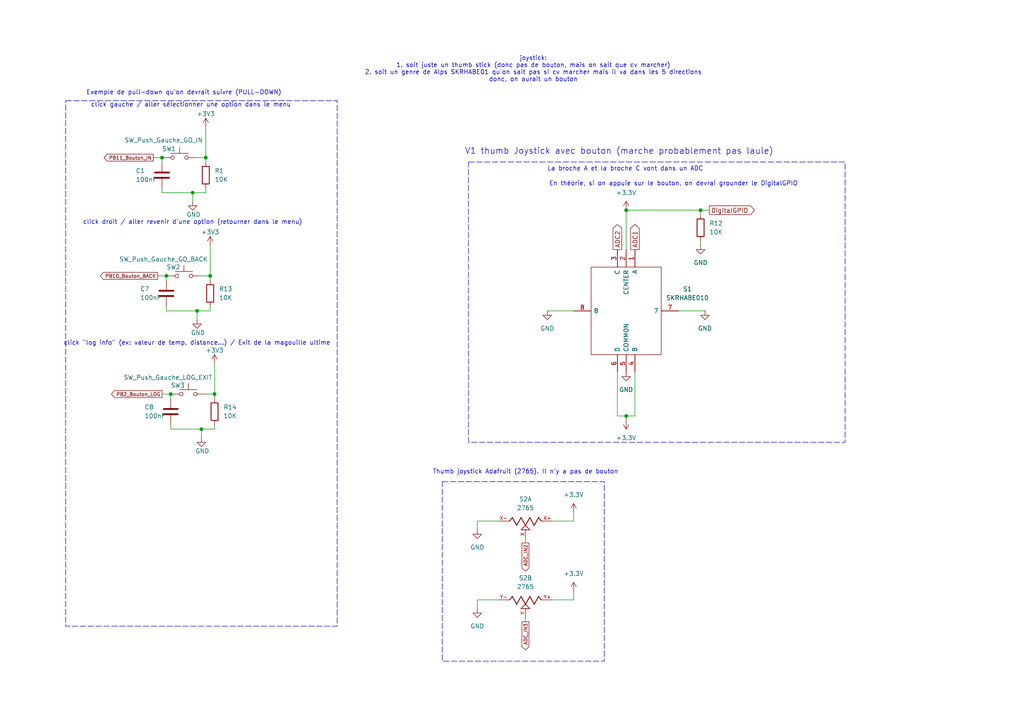
<source format=kicad_sch>
(kicad_sch (version 20231120) (generator "eeschema") (generator_version "8.0")
  (paper "A4")
  (lib_symbols
    (symbol "+3.3V_1" (power) (pin_numbers hide) (pin_names (offset 0) hide)
      (property "Value" "+3.3V" (at 0 3.556 0))
      (symbol "+3.3V_1_0_1"
        (polyline (pts (xy -0.762 1.27) (xy 0 2.54)))
        (polyline (pts (xy 0 0) (xy 0 2.54)))
        (polyline (pts (xy 0 2.54) (xy 0.762 1.27)))
      )
      (symbol "+3.3V_1_1_1"
        (pin power_in line (at 0 0 90) (length 0) (name "~") (number "1"))
      )
    )
    (symbol "2765_Adafruit_Joystick:2765" (pin_names (offset 1.016))
      (property "Reference" "S" (at -5.08 5.08 0))
      (property "Value" "2765" (at -5.08 2.54 0))
      (symbol "2765_1_0"
        (polyline (pts (xy -5.08 0) (xy -4.572 0)) (stroke (width 0.1524)))
        (polyline (pts (xy -4.572 0) (xy -3.81 1.016)) (stroke (width 0.254)))
        (polyline (pts (xy -3.81 1.016) (xy -2.54 -1.27)) (stroke (width 0.254)))
        (polyline (pts (xy -2.54 -1.27) (xy -1.27 1.016)) (stroke (width 0.254)))
        (polyline (pts (xy -1.27 -2.54) (xy 0 -1.27)) (stroke (width 0.2032)))
        (polyline (pts (xy -1.27 1.016) (xy 0 -1.27)) (stroke (width 0.254)))
        (polyline (pts (xy 0 -1.27) (xy 1.27 -2.54)) (stroke (width 0.2032)))
        (polyline (pts (xy 0 -1.27) (xy 1.27 1.016)) (stroke (width 0.254)))
        (polyline (pts (xy 1.27 -2.54) (xy -1.27 -2.54)) (stroke (width 0.2032)))
        (polyline (pts (xy 1.27 1.016) (xy 2.54 -1.27)) (stroke (width 0.254)))
        (polyline (pts (xy 2.54 -1.27) (xy 3.81 1.016)) (stroke (width 0.254)))
        (polyline (pts (xy 3.81 1.016) (xy 4.572 0)) (stroke (width 0.254)))
        (polyline (pts (xy 4.572 0) (xy 5.08 0)) (stroke (width 0.1524)))
        (pin passive line (at 0 -5.08 90) (length 2.54) (name "~") (number "X"))
        (pin passive line (at 7.62 0 180) (length 2.54) (name "~") (number "X+"))
        (pin passive line (at -7.62 0 0) (length 2.54) (name "~") (number "X-"))
      )
      (symbol "2765_2_0"
        (polyline (pts (xy -5.08 0) (xy -4.572 0)) (stroke (width 0.1524)))
        (polyline (pts (xy -4.572 0) (xy -3.81 1.016)) (stroke (width 0.254)))
        (polyline (pts (xy -3.81 1.016) (xy -2.54 -1.27)) (stroke (width 0.254)))
        (polyline (pts (xy -2.54 -1.27) (xy -1.27 1.016)) (stroke (width 0.254)))
        (polyline (pts (xy -1.27 -2.54) (xy 0 -1.27)) (stroke (width 0.2032)))
        (polyline (pts (xy -1.27 1.016) (xy 0 -1.27)) (stroke (width 0.254)))
        (polyline (pts (xy 0 -1.27) (xy 1.27 -2.54)) (stroke (width 0.2032)))
        (polyline (pts (xy 0 -1.27) (xy 1.27 1.016)) (stroke (width 0.254)))
        (polyline (pts (xy 1.27 -2.54) (xy -1.27 -2.54)) (stroke (width 0.2032)))
        (polyline (pts (xy 1.27 1.016) (xy 2.54 -1.27)) (stroke (width 0.254)))
        (polyline (pts (xy 2.54 -1.27) (xy 3.81 1.016)) (stroke (width 0.254)))
        (polyline (pts (xy 3.81 1.016) (xy 4.572 0)) (stroke (width 0.254)))
        (polyline (pts (xy 4.572 0) (xy 5.08 0)) (stroke (width 0.1524)))
        (pin passive line (at 0 -5.08 90) (length 2.54) (name "~") (number "Y"))
        (pin passive line (at 7.62 0 180) (length 2.54) (name "~") (number "Y+"))
        (pin passive line (at -7.62 0 0) (length 2.54) (name "~") (number "Y-"))
      )
    )
    (symbol "Device:C" (pin_numbers hide) (pin_names (offset 0.254))
      (property "Reference" "C" (at 0.635 2.54 0))
      (property "Value" "C" (at 0.635 -2.54 0))
      (symbol "C_0_1"
        (polyline (pts (xy -2.032 -0.762) (xy 2.032 -0.762)) (stroke (width 0.508)))
        (polyline (pts (xy -2.032 0.762) (xy 2.032 0.762)) (stroke (width 0.508)))
      )
      (symbol "C_1_1"
        (pin passive line (at 0 3.81 270) (length 2.794) (name "~") (number "1"))
        (pin passive line (at 0 -3.81 90) (length 2.794) (name "~") (number "2"))
      )
    )
    (symbol "Device:R" (pin_numbers hide) (pin_names (offset 0))
      (property "Reference" "R" (at 2.032 0 90))
      (property "Value" "R" (at 0 0 90))
      (symbol "R_0_1"
        (rectangle (start -1.016 -2.54) (end 1.016 2.54) (stroke (width 0.254)))
      )
      (symbol "R_1_1"
        (pin passive line (at 0 3.81 270) (length 1.27) (name "~") (number "1"))
        (pin passive line (at 0 -3.81 90) (length 1.27) (name "~") (number "2"))
      )
    )
    (symbol "GND_1" (power) (pin_numbers hide) (pin_names (offset 0) hide)
      (property "Value" "GND" (at 0 -3.81 0))
      (symbol "GND_1_0_1"
        (polyline (pts (xy 0 0) (xy 0 -1.27) (xy 1.27 -1.27) (xy 0 -2.54) (xy -1.27 -1.27) (xy 0 -1.27)))
      )
      (symbol "GND_1_1_1"
        (pin power_in line (at 0 0 270) (length 0) (name "~") (number "1"))
      )
    )
    (symbol "SKRHABE010:SKRHABE010" (pin_names (offset 0.762))
      (property "Reference" "S" (at 31.75 12.7 0))
      (property "Value" "SKRHABE010" (at 31.75 10.16 0))
      (symbol "SKRHABE010_0_0"
        (pin passive line (at 0 0 0) (length 5.08) (name "A") (number "1"))
        (pin passive line (at 0 -2.54 0) (length 5.08) (name "CENTER") (number "2"))
        (pin passive line (at 0 -5.08 0) (length 5.08) (name "C") (number "3"))
        (pin passive line (at 35.56 0 180) (length 5.08) (name "B") (number "4"))
        (pin passive line (at 35.56 -2.54 180) (length 5.08) (name "COMMON") (number "5"))
        (pin passive line (at 35.56 -5.08 180) (length 5.08) (name "D") (number "6"))
        (pin passive line (at 17.78 12.7 270) (length 5.08) (name "7") (number "7"))
        (pin passive line (at 17.78 -17.78 90) (length 5.08) (name "8") (number "8"))
      )
      (symbol "SKRHABE010_0_1"
        (polyline (pts (xy 5.08 7.62) (xy 30.48 7.62) (xy 30.48 -12.7) (xy 5.08 -12.7) (xy 5.08 7.62)) (stroke (width 0.1524)))
      )
    )
    (symbol "Switch:SW_Push" (pin_numbers hide) (pin_names (offset 1.016) hide)
      (property "Reference" "SW" (at 1.27 2.54 0))
      (property "Value" "SW_Push" (at 0 -1.524 0))
      (symbol "SW_Push_0_1"
        (circle (center -2.032 0) (radius 0.508))
        (polyline (pts (xy 0 1.27) (xy 0 3.048)))
        (polyline (pts (xy 2.54 1.27) (xy -2.54 1.27)))
        (circle (center 2.032 0) (radius 0.508))
        (pin passive line (at -5.08 0 0) (length 2.54) (name "1") (number "1"))
        (pin passive line (at 5.08 0 180) (length 2.54) (name "2") (number "2"))
      )
    )
    (symbol "power:+3.3V" (power) (pin_names (offset 0))
      (property "Value" "+3.3V" (at 0 3.556 0))
      (symbol "+3.3V_0_1"
        (polyline (pts (xy -0.762 1.27) (xy 0 2.54)))
        (polyline (pts (xy 0 0) (xy 0 2.54)))
        (polyline (pts (xy 0 2.54) (xy 0.762 1.27)))
      )
      (symbol "+3.3V_1_1"
        (pin power_in line (at 0 0 90) (length 0) hide (name "+3V3") (number "1"))
      )
    )
    (symbol "power:GND" (power) (pin_names (offset 0))
      (property "Value" "GND" (at 0 -3.81 0))
      (symbol "GND_0_1"
        (polyline (pts (xy 0 0) (xy 0 -1.27) (xy 1.27 -1.27) (xy 0 -2.54) (xy -1.27 -1.27) (xy 0 -1.27)))
      )
      (symbol "GND_1_1"
        (pin power_in line (at 0 0 270) (length 0) hide (name "GND") (number "1"))
      )
    )
  )
  (junction (at 203.2 60.96))
  (junction (at 46.99 45.72))
  (junction (at 181.61 60.96))
  (junction (at 181.61 120.65))
  (junction (at 60.96 80.01))
  (junction (at 57.15 90.17))
  (junction (at 55.88 55.88))
  (junction (at 59.69 45.72))
  (junction (at 48.26 80.01))
  (junction (at 62.23 114.3))
  (junction (at 58.42 124.46))
  (junction (at 49.53 114.3))
  (wire (pts (xy 58.42 124.46) (xy 62.23 124.46)))
  (wire (pts (xy 184.15 120.65) (xy 184.15 107.95)))
  (wire (pts (xy 59.69 36.83) (xy 59.69 45.72)))
  (wire (pts (xy 62.23 124.46) (xy 62.23 123.19)))
  (wire (pts (xy 203.2 69.85) (xy 203.2 71.12)))
  (wire (pts (xy 60.96 81.28) (xy 60.96 80.01)))
  (wire (pts (xy 203.2 60.96) (xy 203.2 62.23)))
  (wire (pts (xy 58.42 124.46) (xy 58.42 127)))
  (wire (pts (xy 46.99 114.3) (xy 49.53 114.3)))
  (wire (pts (xy 57.15 90.17) (xy 60.96 90.17)))
  (wire (pts (xy 49.53 124.46) (xy 58.42 124.46)))
  (wire (pts (xy 179.07 107.95) (xy 179.07 120.65)))
  (wire (pts (xy 48.26 80.01) (xy 48.26 81.28)))
  (wire (pts (xy 60.96 71.12) (xy 60.96 80.01)))
  (wire (pts (xy 152.4 157.48) (xy 152.4 156.21)))
  (wire (pts (xy 55.88 55.88) (xy 59.69 55.88)))
  (wire (pts (xy 62.23 105.41) (xy 62.23 114.3)))
  (wire (pts (xy 196.85 90.17) (xy 204.47 90.17)))
  (wire (pts (xy 46.99 54.61) (xy 46.99 55.88)))
  (wire (pts (xy 62.23 115.57) (xy 62.23 114.3)))
  (wire (pts (xy 45.72 80.01) (xy 48.26 80.01)))
  (wire (pts (xy 59.69 46.99) (xy 59.69 45.72)))
  (wire (pts (xy 160.02 151.13) (xy 166.37 151.13)))
  (wire (pts (xy 181.61 121.92) (xy 181.61 120.65)))
  (wire (pts (xy 158.75 90.17) (xy 166.37 90.17)))
  (wire (pts (xy 46.99 55.88) (xy 55.88 55.88)))
  (wire (pts (xy 58.42 80.01) (xy 60.96 80.01)))
  (wire (pts (xy 144.78 173.99) (xy 138.43 173.99)))
  (wire (pts (xy 48.26 88.9) (xy 48.26 90.17)))
  (wire (pts (xy 166.37 148.59) (xy 166.37 151.13)))
  (wire (pts (xy 138.43 173.99) (xy 138.43 176.53)))
  (wire (pts (xy 60.96 90.17) (xy 60.96 88.9)))
  (wire (pts (xy 138.43 151.13) (xy 138.43 153.67)))
  (wire (pts (xy 55.88 55.88) (xy 55.88 58.42)))
  (wire (pts (xy 49.53 123.19) (xy 49.53 124.46)))
  (wire (pts (xy 44.45 45.72) (xy 46.99 45.72)))
  (wire (pts (xy 144.78 151.13) (xy 138.43 151.13)))
  (wire (pts (xy 152.4 180.34) (xy 152.4 179.07)))
  (wire (pts (xy 57.15 90.17) (xy 57.15 92.71)))
  (wire (pts (xy 49.53 114.3) (xy 49.53 115.57)))
  (wire (pts (xy 57.15 45.72) (xy 59.69 45.72)))
  (wire (pts (xy 203.2 60.96) (xy 205.74 60.96)))
  (wire (pts (xy 59.69 114.3) (xy 62.23 114.3)))
  (wire (pts (xy 181.61 72.39) (xy 181.61 60.96)))
  (wire (pts (xy 181.61 120.65) (xy 184.15 120.65)))
  (wire (pts (xy 179.07 120.65) (xy 181.61 120.65)))
  (wire (pts (xy 166.37 171.45) (xy 166.37 173.99)))
  (wire (pts (xy 59.69 55.88) (xy 59.69 54.61)))
  (wire (pts (xy 160.02 173.99) (xy 166.37 173.99)))
  (wire (pts (xy 46.99 45.72) (xy 46.99 46.99)))
  (wire (pts (xy 181.61 60.96) (xy 203.2 60.96)))
  (wire (pts (xy 48.26 90.17) (xy 57.15 90.17)))
  (rectangle (start 135.89 46.99) (end 245.11 128.27) (stroke (width 0) (type dash)))
  (rectangle (start 128.27 139.7) (end 175.26 191.77) (stroke (width 0) (type dash)))
  (rectangle (start 19.05 29.21) (end 97.79 181.61) (stroke (width 0) (type dash)))
  (text "La broche A et la broche C vont dans un ADC" (at 181.356 49.022 0) (effects (font (size 1.27 1.27))))
  (text "joystick:\n1. soit juste un thumb stick (donc pas de bouton, mais on sait que cv marcher)\n2. soit un genre de Alps SKRHABE01 qu'on sait pas si cv marcher mais il va dans les 5 directions\ndonc, on aurait un bouton\n" (at 154.686 20.066 0) (effects (font (size 1.27 1.27))))
  (text "Thumb joystick Adafruit (2765). Il n'y a pas de bouton" (at 152.4 136.906 0) (effects (font (size 1.27 1.27))))
  (text "En théorie, si on appuie sur le bouton, on devrai grounder le DigitalGPIO" (at 195.326 53.34 0) (effects (font (size 1.27 1.27))))
  (text "Exemple de pull-down qu'on devrait suivre (PULL-DOWN)" (at 53.34 26.924 0) (effects (font (size 1.27 1.27))))
  (text "click gauche / aller sélectionner une option dans le menu" (at 55.372 30.48 0) (effects (font (size 1.27 1.27))))
  (text "click droit / aller revenir d'une option (retourner dans le menu)" (at 55.88 64.516 0) (effects (font (size 1.27 1.27))))
  (text "click \"log info\" (ex: valeur de temp, distance...) / Exit de la magouille ultime" (at 57.15 99.568 0) (effects (font (size 1.27 1.27))))
  (text "V1 thumb Joystick avec bouton (marche probablement pas laule)\n" (at 179.578 43.942 0) (effects (font (size 1.778 1.778))))
  (global_label "ADC_IN3" (shape output) (at 152.4 180.34 270) (effects (font (size 1.016 1.016))) (property "Intersheetrefs" "${INTERSHEET_REFS}" (effects (hide yes))))
  (global_label "ADC_IN2" (shape output) (at 152.4 157.48 270) (effects (font (size 1.016 1.016))) (property "Intersheetrefs" "${INTERSHEET_REFS}" (effects (hide yes))))
  (global_label "DigitalGPIO" (shape output) (at 205.74 60.96 0) (property "Intersheetrefs" "${INTERSHEET_REFS}" (effects (hide yes))))
  (global_label "ADC1" (shape output) (at 184.15 72.39 90) (property "Intersheetrefs" "${INTERSHEET_REFS}" (effects (hide yes))))
  (global_label "PB11_Bouton_IN" (shape output) (at 44.45 45.72 180) (effects (font (size 1.016 1.016))) (property "Intersheetrefs" "${INTERSHEET_REFS}" (effects (hide yes))))
  (global_label "ADC2" (shape output) (at 179.07 72.39 90) (property "Intersheetrefs" "${INTERSHEET_REFS}" (effects (hide yes))))
  (global_label "PB10_Bouton_BACK" (shape output) (at 45.72 80.01 180) (effects (font (size 1.016 1.016))) (property "Intersheetrefs" "${INTERSHEET_REFS}" (effects (hide yes))))
  (global_label "PB2_Bouton_LOG" (shape output) (at 46.99 114.3 180) (effects (font (size 1.016 1.016))) (property "Intersheetrefs" "${INTERSHEET_REFS}" (effects (hide yes))))
  (symbol (lib_id "Device:R") (at 62.23 119.38 0) (unit 1)
    (property "Reference" "R14" (at 64.77 118.1099 0) (effects (justify left)))
    (property "Value" "10K" (at 64.77 120.6499 0) (effects (justify left)))
    (property "Datasheet" "https://www.digikey.ca/en/products/detail/vishay-dale/CRCW04021M00FKED/1178349" (effects (hide yes)))
  )
  (symbol (lib_id "Device:C") (at 49.53 119.38 0) (unit 1)
    (property "Reference" "C8" (at 41.91 118.11 0) (effects (justify left)))
    (property "Value" "100nF" (at 41.91 120.65 0) (effects (justify left)))
    (property "Datasheet" "https://www.digikey.ca/en/products/detail/tdk-corporation/C2012X7S1A226M125AC/3951796" (effects (hide yes)))
  )
  (symbol (lib_name "GND_1") (lib_id "power:GND") (at 138.43 153.67 0) (unit 1)
    (property "Reference" "#PWR019" (effects (hide yes)))
    (property "Value" "GND" (at 138.43 158.75 0))
    (property "Description" "Power symbol creates a global label with name \"GND\" , ground" (effects (hide yes)))
  )
  (symbol (lib_id "Switch:SW_Push") (at 54.61 114.3 0) (mirror y) (unit 1)
    (property "Reference" "SW3" (at 49.53 111.76 0) (effects (justify right)))
    (property "Value" "SW_Push_Gauche_LOG_EXIT" (at 35.814 109.474 0) (effects (justify right)))
  )
  (symbol (lib_name "GND_1") (lib_id "power:GND") (at 204.47 90.17 0) (unit 1)
    (property "Reference" "#PWR012" (effects (hide yes)))
    (property "Value" "GND" (at 204.47 95.25 0))
    (property "Description" "Power symbol creates a global label with name \"GND\" , ground" (effects (hide yes)))
  )
  (symbol (lib_id "Switch:SW_Push") (at 52.07 45.72 0) (mirror y) (unit 1)
    (property "Reference" "SW1" (at 46.99 43.18 0) (effects (justify right)))
    (property "Value" "SW_Push_Gauche_GO_IN" (at 36.068 40.64 0) (effects (justify right)))
  )
  (symbol (lib_name "GND_1") (lib_id "power:GND") (at 158.75 90.17 0) (unit 1)
    (property "Reference" "#PWR013" (effects (hide yes)))
    (property "Value" "GND" (at 158.75 95.25 0))
    (property "Description" "Power symbol creates a global label with name \"GND\" , ground" (effects (hide yes)))
  )
  (symbol (lib_name "GND_1") (lib_id "power:GND") (at 181.61 107.95 0) (unit 1)
    (property "Reference" "#PWR014" (effects (hide yes)))
    (property "Value" "GND" (at 181.61 113.03 0))
    (property "Description" "Power symbol creates a global label with name \"GND\" , ground" (effects (hide yes)))
  )
  (symbol (lib_id "Device:C") (at 48.26 85.09 0) (unit 1)
    (property "Reference" "C7" (at 40.64 83.82 0) (effects (justify left)))
    (property "Value" "100nF" (at 40.64 86.36 0) (effects (justify left)))
    (property "Datasheet" "https://www.digikey.ca/en/products/detail/tdk-corporation/C2012X7S1A226M125AC/3951796" (effects (hide yes)))
  )
  (symbol (lib_id "power:+3.3V") (at 62.23 105.41 0) (unit 1)
    (property "Reference" "#PWR025" (effects (hide yes)))
    (property "Value" "+3V3" (at 62.23 101.6 0))
  )
  (symbol (lib_id "2765_Adafruit_Joystick:2765") (at 152.4 173.99 0) (unit 2)
    (property "Reference" "S2" (at 152.4 167.64 0))
    (property "Value" "2765" (at 152.4 170.18 0))
    (property "Footprint" "2765_Adafruit_Joystick:SW_2765" (effects (hide yes)))
    (property "MF" "Adafruit Industries" (effects (hide yes)))
    (property "MAXIMUM_PACKAGE_HEIGHT" "12.00 mm" (effects (hide yes)))
    (property "Package" "None" (effects (hide yes)))
    (property "Price" "None" (effects (hide yes)))
    (property "Check_prices" "https://www.snapeda.com/parts/2765/Adafruit+Industries+LLC/view-part/?ref=eda" (effects (hide yes)))
    (property "STANDARD" "Manufacturer Recommendations" (effects (hide yes)))
    (property "PARTREV" "-" (effects (hide yes)))
    (property "SnapEDA_Link" "https://www.snapeda.com/parts/2765/Adafruit+Industries+LLC/view-part/?ref=snap" (effects (hide yes)))
    (property "MP" "2765" (effects (hide yes)))
    (property "Purchase-URL" "https://www.snapeda.com/api/url_track_click_mouser/?unipart_id=587989&manufacturer=Adafruit Industries&part_name=2765&search_term=None" (effects (hide yes)))
    (property "Description_1" "\nMini 2-Axis Analog Thumbstick\n" (effects (hide yes)))
    (property "Availability" "In Stock" (effects (hide yes)))
    (property "MANUFACTURER" "Adafruit" (effects (hide yes)))
  )
  (symbol (lib_name "GND_1") (lib_id "power:GND") (at 138.43 176.53 0) (unit 1)
    (property "Reference" "#PWR018" (effects (hide yes)))
    (property "Value" "GND" (at 138.43 181.61 0))
    (property "Description" "Power symbol creates a global label with name \"GND\" , ground" (effects (hide yes)))
  )
  (symbol (lib_id "Device:C") (at 46.99 50.8 0) (unit 1)
    (property "Reference" "C1" (at 39.37 49.53 0) (effects (justify left)))
    (property "Value" "100nF" (at 39.37 52.07 0) (effects (justify left)))
    (property "Datasheet" "https://www.digikey.ca/en/products/detail/tdk-corporation/C2012X7S1A226M125AC/3951796" (effects (hide yes)))
  )
  (symbol (lib_name "+3.3V_1") (lib_id "power:+3.3V") (at 166.37 171.45 0) (unit 1)
    (property "Reference" "#PWR020" (effects (hide yes)))
    (property "Value" "+3.3V" (at 166.37 166.37 0))
    (property "Description" "Power symbol creates a global label with name \"+3.3V\"" (effects (hide yes)))
  )
  (symbol (lib_id "Device:R") (at 59.69 50.8 0) (unit 1)
    (property "Reference" "R1" (at 62.23 49.5299 0) (effects (justify left)))
    (property "Value" "10K" (at 62.23 52.0699 0) (effects (justify left)))
    (property "Datasheet" "https://www.digikey.ca/en/products/detail/vishay-dale/CRCW04021M00FKED/1178349" (effects (hide yes)))
  )
  (symbol (lib_name "+3.3V_1") (lib_id "power:+3.3V") (at 181.61 121.92 180) (unit 1)
    (property "Reference" "#PWR017" (effects (hide yes)))
    (property "Value" "+3.3V" (at 181.61 127 0))
    (property "Description" "Power symbol creates a global label with name \"+3.3V\"" (effects (hide yes)))
  )
  (symbol (lib_id "Switch:SW_Push") (at 53.34 80.01 0) (mirror y) (unit 1)
    (property "Reference" "SW2" (at 48.26 77.47 0) (effects (justify right)))
    (property "Value" "SW_Push_Gauche_GO_BACK" (at 34.544 75.184 0) (effects (justify right)))
  )
  (symbol (lib_id "Device:R") (at 60.96 85.09 0) (unit 1)
    (property "Reference" "R13" (at 63.5 83.8199 0) (effects (justify left)))
    (property "Value" "10K" (at 63.5 86.3599 0) (effects (justify left)))
    (property "Datasheet" "https://www.digikey.ca/en/products/detail/vishay-dale/CRCW04021M00FKED/1178349" (effects (hide yes)))
  )
  (symbol (lib_id "power:+3.3V") (at 60.96 71.12 0) (unit 1)
    (property "Reference" "#PWR023" (effects (hide yes)))
    (property "Value" "+3V3" (at 60.96 67.31 0))
  )
  (symbol (lib_id "SKRHABE010:SKRHABE010") (at 184.15 72.39 270) (unit 1)
    (property "Reference" "S1" (at 199.39 83.8514 90))
    (property "Value" "SKRHABE010" (at 199.39 86.3914 90))
    (property "Footprint" "SKRHABE01:SKRHABE010" (effects (hide yes)))
    (property "Description" "Multi-Directional Switches 4-directn cntr push W/boss 200K Cycles" (effects (hide yes)))
    (property "Description_1" "Multi-Directional Switches 4-directn cntr push W/boss 200K Cycles" (effects (hide yes)))
    (property "Height" "5" (effects (hide yes)))
    (property "Mouser Part Number" "688-SKRHAB" (effects (hide yes)))
    (property "Mouser Price/Stock" "https://www.mouser.co.uk/ProductDetail/Alps-Alpine/SKRHABE010?qs=seHrhfPpLDxEOwRqoDvYHw%3D%3D" (effects (hide yes)))
    (property "Manufacturer_Name" "ALPS Electric" (effects (hide yes)))
    (property "Manufacturer_Part_Number" "SKRHABE010" (effects (hide yes)))
  )
  (symbol (lib_id "power:+3.3V") (at 59.69 36.83 0) (unit 1)
    (property "Reference" "#PWR02" (effects (hide yes)))
    (property "Value" "+3V3" (at 59.69 33.02 0))
  )
  (symbol (lib_id "power:GND") (at 55.88 58.42 0) (unit 1)
    (property "Reference" "#PWR01" (effects (hide yes)))
    (property "Value" "GND" (at 56.134 62.23 0))
  )
  (symbol (lib_id "Device:R") (at 203.2 66.04 0) (unit 1)
    (property "Reference" "R12" (at 205.74 64.7699 0) (effects (justify left)))
    (property "Value" "10K" (at 205.74 67.3099 0) (effects (justify left)))
    (property "Datasheet" "https://www.digikey.ca/en/products/detail/vishay-dale/CRCW04021M00FKED/1178349" (effects (hide yes)))
  )
  (symbol (lib_name "+3.3V_1") (lib_id "power:+3.3V") (at 166.37 148.59 0) (unit 1)
    (property "Reference" "#PWR021" (effects (hide yes)))
    (property "Value" "+3.3V" (at 166.37 143.51 0))
    (property "Description" "Power symbol creates a global label with name \"+3.3V\"" (effects (hide yes)))
  )
  (symbol (lib_name "+3.3V_1") (lib_id "power:+3.3V") (at 181.61 60.96 0) (unit 1)
    (property "Reference" "#PWR016" (effects (hide yes)))
    (property "Value" "+3.3V" (at 181.61 55.88 0))
    (property "Description" "Power symbol creates a global label with name \"+3.3V\"" (effects (hide yes)))
  )
  (symbol (lib_name "GND_1") (lib_id "power:GND") (at 203.2 71.12 0) (unit 1)
    (property "Reference" "#PWR015" (effects (hide yes)))
    (property "Value" "GND" (at 203.2 76.2 0))
    (property "Description" "Power symbol creates a global label with name \"GND\" , ground" (effects (hide yes)))
  )
  (symbol (lib_id "power:GND") (at 58.42 127 0) (unit 1)
    (property "Reference" "#PWR024" (effects (hide yes)))
    (property "Value" "GND" (at 58.674 130.81 0))
  )
  (symbol (lib_id "power:GND") (at 57.15 92.71 0) (unit 1)
    (property "Reference" "#PWR022" (effects (hide yes)))
    (property "Value" "GND" (at 57.404 96.52 0))
  )
  (symbol (lib_id "2765_Adafruit_Joystick:2765") (at 152.4 151.13 0) (unit 1)
    (property "Reference" "S2" (at 152.4 144.78 0))
    (property "Value" "2765" (at 152.4 147.32 0))
    (property "Footprint" "2765_Adafruit_Joystick:SW_2765" (effects (hide yes)))
    (property "MF" "Adafruit Industries" (effects (hide yes)))
    (property "MAXIMUM_PACKAGE_HEIGHT" "12.00 mm" (effects (hide yes)))
    (property "Package" "None" (effects (hide yes)))
    (property "Price" "None" (effects (hide yes)))
    (property "Check_prices" "https://www.snapeda.com/parts/2765/Adafruit+Industries+LLC/view-part/?ref=eda" (effects (hide yes)))
    (property "STANDARD" "Manufacturer Recommendations" (effects (hide yes)))
    (property "PARTREV" "-" (effects (hide yes)))
    (property "SnapEDA_Link" "https://www.snapeda.com/parts/2765/Adafruit+Industries+LLC/view-part/?ref=snap" (effects (hide yes)))
    (property "MP" "2765" (effects (hide yes)))
    (property "Purchase-URL" "https://www.snapeda.com/api/url_track_click_mouser/?unipart_id=587989&manufacturer=Adafruit Industries&part_name=2765&search_term=None" (effects (hide yes)))
    (property "Description_1" "\nMini 2-Axis Analog Thumbstick\n" (effects (hide yes)))
    (property "Availability" "In Stock" (effects (hide yes)))
    (property "MANUFACTURER" "Adafruit" (effects (hide yes)))
  )
)
</source>
